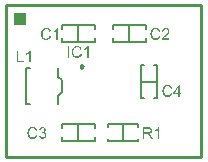
<source format=gto>
G04*
G04 #@! TF.GenerationSoftware,Altium Limited,Altium Designer,20.0.2 (26)*
G04*
G04 Layer_Color=65535*
%FSLAX25Y25*%
%MOIN*%
G70*
G01*
G75*
%ADD10C,0.00984*%
%ADD11C,0.00591*%
%ADD12C,0.01000*%
%ADD13C,0.00787*%
%ADD14R,0.03937X0.03937*%
G36*
X435907Y280402D02*
X435954Y280396D01*
X436012Y280390D01*
X436077Y280384D01*
X436147Y280373D01*
X436299Y280338D01*
X436463Y280285D01*
X436545Y280250D01*
X436627Y280209D01*
X436703Y280162D01*
X436779Y280110D01*
X436785Y280104D01*
X436796Y280098D01*
X436814Y280080D01*
X436843Y280057D01*
X436872Y280028D01*
X436913Y279987D01*
X436954Y279946D01*
X436995Y279899D01*
X437042Y279840D01*
X437083Y279782D01*
X437130Y279712D01*
X437177Y279636D01*
X437218Y279559D01*
X437258Y279472D01*
X437329Y279285D01*
X436826Y279168D01*
Y279173D01*
X436820Y279185D01*
X436814Y279209D01*
X436802Y279238D01*
X436785Y279273D01*
X436767Y279314D01*
X436726Y279402D01*
X436673Y279501D01*
X436603Y279606D01*
X436527Y279700D01*
X436434Y279782D01*
X436422Y279788D01*
X436387Y279811D01*
X436334Y279840D01*
X436258Y279881D01*
X436170Y279916D01*
X436059Y279946D01*
X435936Y279969D01*
X435796Y279975D01*
X435755D01*
X435726Y279969D01*
X435685D01*
X435644Y279963D01*
X435539Y279946D01*
X435422Y279922D01*
X435299Y279881D01*
X435176Y279829D01*
X435059Y279758D01*
X435053D01*
X435047Y279747D01*
X435012Y279717D01*
X434959Y279671D01*
X434895Y279606D01*
X434831Y279524D01*
X434761Y279431D01*
X434696Y279314D01*
X434644Y279185D01*
Y279179D01*
X434638Y279168D01*
X434632Y279150D01*
X434626Y279121D01*
X434614Y279092D01*
X434608Y279051D01*
X434585Y278957D01*
X434562Y278846D01*
X434544Y278723D01*
X434532Y278589D01*
X434526Y278448D01*
Y278442D01*
Y278425D01*
Y278401D01*
Y278366D01*
X434532Y278325D01*
Y278273D01*
X434538Y278220D01*
X434544Y278161D01*
X434562Y278027D01*
X434585Y277881D01*
X434620Y277734D01*
X434667Y277594D01*
Y277588D01*
X434673Y277576D01*
X434685Y277559D01*
X434696Y277535D01*
X434725Y277465D01*
X434772Y277389D01*
X434836Y277296D01*
X434913Y277208D01*
X435000Y277120D01*
X435106Y277044D01*
X435112D01*
X435117Y277038D01*
X435135Y277027D01*
X435158Y277015D01*
X435223Y276991D01*
X435305Y276956D01*
X435398Y276927D01*
X435509Y276898D01*
X435632Y276874D01*
X435761Y276869D01*
X435802D01*
X435831Y276874D01*
X435866D01*
X435913Y276880D01*
X436012Y276898D01*
X436124Y276927D01*
X436246Y276974D01*
X436363Y277032D01*
X436480Y277114D01*
X436486Y277120D01*
X436492Y277126D01*
X436527Y277161D01*
X436580Y277220D01*
X436644Y277296D01*
X436709Y277401D01*
X436779Y277524D01*
X436837Y277676D01*
X436884Y277846D01*
X437393Y277717D01*
Y277711D01*
X437387Y277688D01*
X437375Y277658D01*
X437364Y277611D01*
X437340Y277565D01*
X437317Y277500D01*
X437293Y277436D01*
X437258Y277366D01*
X437182Y277208D01*
X437077Y277050D01*
X436960Y276898D01*
X436890Y276828D01*
X436814Y276763D01*
X436808Y276757D01*
X436796Y276751D01*
X436773Y276734D01*
X436738Y276711D01*
X436697Y276687D01*
X436650Y276658D01*
X436597Y276629D01*
X436533Y276599D01*
X436463Y276570D01*
X436387Y276541D01*
X436299Y276512D01*
X436211Y276488D01*
X436018Y276447D01*
X435913Y276442D01*
X435802Y276436D01*
X435743D01*
X435697Y276442D01*
X435644D01*
X435585Y276447D01*
X435515Y276459D01*
X435445Y276465D01*
X435281Y276500D01*
X435112Y276541D01*
X434948Y276605D01*
X434866Y276640D01*
X434790Y276687D01*
X434784Y276693D01*
X434772Y276699D01*
X434755Y276716D01*
X434725Y276734D01*
X434655Y276793D01*
X434573Y276874D01*
X434474Y276974D01*
X434380Y277103D01*
X434281Y277249D01*
X434199Y277418D01*
Y277424D01*
X434193Y277442D01*
X434181Y277465D01*
X434170Y277500D01*
X434152Y277547D01*
X434135Y277600D01*
X434117Y277658D01*
X434099Y277729D01*
X434082Y277799D01*
X434064Y277881D01*
X434029Y278056D01*
X434006Y278243D01*
X434000Y278448D01*
Y278454D01*
Y278477D01*
Y278507D01*
X434006Y278548D01*
Y278600D01*
X434012Y278664D01*
X434018Y278729D01*
X434029Y278805D01*
X434059Y278969D01*
X434094Y279144D01*
X434152Y279326D01*
X434228Y279495D01*
Y279501D01*
X434240Y279513D01*
X434252Y279536D01*
X434269Y279571D01*
X434293Y279606D01*
X434322Y279647D01*
X434398Y279747D01*
X434485Y279858D01*
X434597Y279969D01*
X434731Y280080D01*
X434877Y280174D01*
X434883D01*
X434895Y280186D01*
X434918Y280197D01*
X434953Y280209D01*
X434989Y280226D01*
X435036Y280250D01*
X435094Y280267D01*
X435152Y280291D01*
X435217Y280314D01*
X435287Y280332D01*
X435445Y280373D01*
X435620Y280396D01*
X435808Y280408D01*
X435866D01*
X435907Y280402D01*
D02*
G37*
G36*
X439809Y277851D02*
X440330D01*
Y277418D01*
X439809D01*
Y276500D01*
X439335D01*
Y277418D01*
X437668D01*
Y277851D01*
X439423Y280338D01*
X439809D01*
Y277851D01*
D02*
G37*
G36*
X405665Y293402D02*
X405712Y293396D01*
X405770Y293390D01*
X405834Y293384D01*
X405905Y293373D01*
X406057Y293338D01*
X406221Y293285D01*
X406302Y293250D01*
X406384Y293209D01*
X406460Y293162D01*
X406536Y293109D01*
X406542Y293104D01*
X406554Y293098D01*
X406572Y293080D01*
X406601Y293057D01*
X406630Y293028D01*
X406671Y292987D01*
X406712Y292946D01*
X406753Y292899D01*
X406800Y292840D01*
X406841Y292782D01*
X406887Y292712D01*
X406934Y292636D01*
X406975Y292560D01*
X407016Y292472D01*
X407086Y292285D01*
X406583Y292168D01*
Y292174D01*
X406577Y292185D01*
X406572Y292209D01*
X406560Y292238D01*
X406542Y292273D01*
X406525Y292314D01*
X406484Y292402D01*
X406431Y292501D01*
X406361Y292606D01*
X406285Y292700D01*
X406191Y292782D01*
X406180Y292788D01*
X406145Y292811D01*
X406092Y292840D01*
X406016Y292881D01*
X405928Y292916D01*
X405817Y292946D01*
X405694Y292969D01*
X405554Y292975D01*
X405513D01*
X405483Y292969D01*
X405442D01*
X405402Y292963D01*
X405296Y292946D01*
X405179Y292922D01*
X405056Y292881D01*
X404934Y292829D01*
X404817Y292758D01*
X404811D01*
X404805Y292747D01*
X404770Y292718D01*
X404717Y292671D01*
X404653Y292606D01*
X404589Y292524D01*
X404518Y292431D01*
X404454Y292314D01*
X404401Y292185D01*
Y292179D01*
X404395Y292168D01*
X404390Y292150D01*
X404384Y292121D01*
X404372Y292092D01*
X404366Y292051D01*
X404343Y291957D01*
X404319Y291846D01*
X404302Y291723D01*
X404290Y291588D01*
X404284Y291448D01*
Y291442D01*
Y291425D01*
Y291401D01*
Y291366D01*
X404290Y291325D01*
Y291273D01*
X404296Y291220D01*
X404302Y291161D01*
X404319Y291027D01*
X404343Y290881D01*
X404378Y290734D01*
X404425Y290594D01*
Y290588D01*
X404430Y290576D01*
X404442Y290559D01*
X404454Y290535D01*
X404483Y290465D01*
X404530Y290389D01*
X404594Y290296D01*
X404670Y290208D01*
X404758Y290120D01*
X404863Y290044D01*
X404869D01*
X404875Y290038D01*
X404893Y290026D01*
X404916Y290015D01*
X404980Y289991D01*
X405062Y289956D01*
X405156Y289927D01*
X405267Y289898D01*
X405390Y289874D01*
X405519Y289869D01*
X405559D01*
X405589Y289874D01*
X405624D01*
X405671Y289880D01*
X405770Y289898D01*
X405881Y289927D01*
X406004Y289974D01*
X406121Y290032D01*
X406238Y290114D01*
X406244Y290120D01*
X406250Y290126D01*
X406285Y290161D01*
X406338Y290219D01*
X406402Y290296D01*
X406466Y290401D01*
X406536Y290524D01*
X406595Y290676D01*
X406642Y290845D01*
X407151Y290717D01*
Y290711D01*
X407145Y290688D01*
X407133Y290658D01*
X407122Y290612D01*
X407098Y290565D01*
X407075Y290500D01*
X407051Y290436D01*
X407016Y290366D01*
X406940Y290208D01*
X406835Y290050D01*
X406718Y289898D01*
X406648Y289828D01*
X406572Y289763D01*
X406566Y289757D01*
X406554Y289752D01*
X406531Y289734D01*
X406496Y289711D01*
X406455Y289687D01*
X406408Y289658D01*
X406355Y289629D01*
X406291Y289599D01*
X406221Y289570D01*
X406145Y289541D01*
X406057Y289512D01*
X405969Y289488D01*
X405776Y289447D01*
X405671Y289441D01*
X405559Y289436D01*
X405501D01*
X405454Y289441D01*
X405402D01*
X405343Y289447D01*
X405273Y289459D01*
X405203Y289465D01*
X405039Y289500D01*
X404869Y289541D01*
X404705Y289605D01*
X404624Y289640D01*
X404548Y289687D01*
X404542Y289693D01*
X404530Y289699D01*
X404512Y289716D01*
X404483Y289734D01*
X404413Y289792D01*
X404331Y289874D01*
X404232Y289974D01*
X404138Y290103D01*
X404038Y290249D01*
X403957Y290418D01*
Y290424D01*
X403951Y290442D01*
X403939Y290465D01*
X403927Y290500D01*
X403910Y290547D01*
X403892Y290600D01*
X403875Y290658D01*
X403857Y290728D01*
X403840Y290799D01*
X403822Y290881D01*
X403787Y291056D01*
X403764Y291243D01*
X403758Y291448D01*
Y291454D01*
Y291477D01*
Y291507D01*
X403764Y291547D01*
Y291600D01*
X403769Y291665D01*
X403775Y291729D01*
X403787Y291805D01*
X403816Y291969D01*
X403851Y292144D01*
X403910Y292326D01*
X403986Y292495D01*
Y292501D01*
X403998Y292513D01*
X404009Y292536D01*
X404027Y292571D01*
X404050Y292606D01*
X404079Y292647D01*
X404155Y292747D01*
X404243Y292858D01*
X404354Y292969D01*
X404489Y293080D01*
X404635Y293174D01*
X404641D01*
X404653Y293185D01*
X404676Y293197D01*
X404711Y293209D01*
X404746Y293227D01*
X404793Y293250D01*
X404852Y293267D01*
X404910Y293291D01*
X404975Y293314D01*
X405045Y293332D01*
X405203Y293373D01*
X405378Y293396D01*
X405565Y293408D01*
X405624D01*
X405665Y293402D01*
D02*
G37*
G36*
X409362Y289500D02*
X408888D01*
Y292507D01*
X408882Y292501D01*
X408859Y292478D01*
X408818Y292448D01*
X408765Y292407D01*
X408701Y292355D01*
X408625Y292302D01*
X408537Y292238D01*
X408438Y292179D01*
X408432D01*
X408426Y292174D01*
X408391Y292150D01*
X408338Y292121D01*
X408274Y292086D01*
X408198Y292045D01*
X408116Y292010D01*
X408028Y291969D01*
X407946Y291934D01*
Y292396D01*
X407952D01*
X407964Y292402D01*
X407987Y292413D01*
X408011Y292431D01*
X408046Y292448D01*
X408087Y292466D01*
X408180Y292519D01*
X408286Y292583D01*
X408403Y292659D01*
X408520Y292747D01*
X408631Y292840D01*
X408637Y292846D01*
X408642Y292852D01*
X408678Y292887D01*
X408730Y292940D01*
X408795Y293004D01*
X408865Y293086D01*
X408935Y293174D01*
X408999Y293267D01*
X409052Y293361D01*
X409362D01*
Y289500D01*
D02*
G37*
G36*
X403009D02*
X402500D01*
Y293343D01*
X403009D01*
Y289500D01*
D02*
G37*
G36*
X431907Y299402D02*
X431954Y299396D01*
X432012Y299390D01*
X432077Y299384D01*
X432147Y299373D01*
X432299Y299338D01*
X432463Y299285D01*
X432545Y299250D01*
X432627Y299209D01*
X432703Y299162D01*
X432779Y299110D01*
X432785Y299104D01*
X432796Y299098D01*
X432814Y299080D01*
X432843Y299057D01*
X432872Y299028D01*
X432913Y298987D01*
X432954Y298946D01*
X432995Y298899D01*
X433042Y298840D01*
X433083Y298782D01*
X433130Y298712D01*
X433177Y298636D01*
X433217Y298559D01*
X433258Y298472D01*
X433329Y298285D01*
X432826Y298168D01*
Y298173D01*
X432820Y298185D01*
X432814Y298209D01*
X432802Y298238D01*
X432785Y298273D01*
X432767Y298314D01*
X432726Y298402D01*
X432673Y298501D01*
X432603Y298606D01*
X432527Y298700D01*
X432434Y298782D01*
X432422Y298788D01*
X432387Y298811D01*
X432334Y298840D01*
X432258Y298881D01*
X432170Y298916D01*
X432059Y298946D01*
X431936Y298969D01*
X431796Y298975D01*
X431755D01*
X431726Y298969D01*
X431685D01*
X431644Y298963D01*
X431539Y298946D01*
X431422Y298922D01*
X431299Y298881D01*
X431176Y298829D01*
X431059Y298758D01*
X431053D01*
X431047Y298747D01*
X431012Y298717D01*
X430959Y298671D01*
X430895Y298606D01*
X430831Y298524D01*
X430760Y298431D01*
X430696Y298314D01*
X430644Y298185D01*
Y298179D01*
X430638Y298168D01*
X430632Y298150D01*
X430626Y298121D01*
X430614Y298092D01*
X430608Y298051D01*
X430585Y297957D01*
X430562Y297846D01*
X430544Y297723D01*
X430532Y297588D01*
X430526Y297448D01*
Y297442D01*
Y297425D01*
Y297401D01*
Y297366D01*
X430532Y297325D01*
Y297273D01*
X430538Y297220D01*
X430544Y297161D01*
X430562Y297027D01*
X430585Y296881D01*
X430620Y296734D01*
X430667Y296594D01*
Y296588D01*
X430673Y296576D01*
X430685Y296559D01*
X430696Y296535D01*
X430725Y296465D01*
X430772Y296389D01*
X430836Y296296D01*
X430913Y296208D01*
X431000Y296120D01*
X431106Y296044D01*
X431111D01*
X431117Y296038D01*
X431135Y296026D01*
X431158Y296015D01*
X431223Y295991D01*
X431305Y295956D01*
X431398Y295927D01*
X431509Y295898D01*
X431632Y295874D01*
X431761Y295869D01*
X431802D01*
X431831Y295874D01*
X431866D01*
X431913Y295880D01*
X432012Y295898D01*
X432124Y295927D01*
X432246Y295974D01*
X432363Y296032D01*
X432480Y296114D01*
X432486Y296120D01*
X432492Y296126D01*
X432527Y296161D01*
X432580Y296219D01*
X432644Y296296D01*
X432709Y296401D01*
X432779Y296524D01*
X432837Y296676D01*
X432884Y296846D01*
X433393Y296717D01*
Y296711D01*
X433387Y296688D01*
X433376Y296658D01*
X433364Y296611D01*
X433340Y296565D01*
X433317Y296500D01*
X433293Y296436D01*
X433258Y296366D01*
X433182Y296208D01*
X433077Y296050D01*
X432960Y295898D01*
X432890Y295828D01*
X432814Y295763D01*
X432808Y295757D01*
X432796Y295752D01*
X432773Y295734D01*
X432738Y295711D01*
X432697Y295687D01*
X432650Y295658D01*
X432597Y295629D01*
X432533Y295599D01*
X432463Y295570D01*
X432387Y295541D01*
X432299Y295512D01*
X432211Y295488D01*
X432018Y295447D01*
X431913Y295442D01*
X431802Y295436D01*
X431743D01*
X431697Y295442D01*
X431644D01*
X431585Y295447D01*
X431515Y295459D01*
X431445Y295465D01*
X431281Y295500D01*
X431111Y295541D01*
X430948Y295605D01*
X430866Y295640D01*
X430790Y295687D01*
X430784Y295693D01*
X430772Y295699D01*
X430755Y295716D01*
X430725Y295734D01*
X430655Y295793D01*
X430573Y295874D01*
X430474Y295974D01*
X430380Y296103D01*
X430281Y296249D01*
X430199Y296418D01*
Y296424D01*
X430193Y296442D01*
X430181Y296465D01*
X430170Y296500D01*
X430152Y296547D01*
X430135Y296600D01*
X430117Y296658D01*
X430099Y296728D01*
X430082Y296799D01*
X430064Y296881D01*
X430029Y297056D01*
X430006Y297243D01*
X430000Y297448D01*
Y297454D01*
Y297477D01*
Y297507D01*
X430006Y297548D01*
Y297600D01*
X430012Y297664D01*
X430018Y297729D01*
X430029Y297805D01*
X430058Y297969D01*
X430094Y298144D01*
X430152Y298326D01*
X430228Y298495D01*
Y298501D01*
X430240Y298513D01*
X430252Y298536D01*
X430269Y298571D01*
X430293Y298606D01*
X430322Y298647D01*
X430398Y298747D01*
X430485Y298858D01*
X430597Y298969D01*
X430731Y299080D01*
X430877Y299174D01*
X430883D01*
X430895Y299185D01*
X430919Y299197D01*
X430954Y299209D01*
X430989Y299226D01*
X431036Y299250D01*
X431094Y299267D01*
X431152Y299291D01*
X431217Y299314D01*
X431287Y299332D01*
X431445Y299373D01*
X431620Y299396D01*
X431808Y299408D01*
X431866D01*
X431907Y299402D01*
D02*
G37*
G36*
X435189Y299355D02*
X435236Y299349D01*
X435288Y299343D01*
X435347Y299338D01*
X435411Y299320D01*
X435552Y299285D01*
X435698Y299232D01*
X435774Y299197D01*
X435844Y299156D01*
X435909Y299104D01*
X435973Y299051D01*
X435979Y299045D01*
X435985Y299039D01*
X436002Y299022D01*
X436025Y298998D01*
X436049Y298963D01*
X436078Y298928D01*
X436137Y298840D01*
X436195Y298729D01*
X436248Y298601D01*
X436289Y298454D01*
X436295Y298372D01*
X436301Y298290D01*
Y298279D01*
Y298250D01*
X436295Y298203D01*
X436289Y298144D01*
X436277Y298074D01*
X436260Y297998D01*
X436236Y297916D01*
X436201Y297834D01*
X436195Y297822D01*
X436183Y297793D01*
X436160Y297752D01*
X436125Y297694D01*
X436084Y297623D01*
X436031Y297542D01*
X435961Y297460D01*
X435885Y297366D01*
X435873Y297354D01*
X435844Y297319D01*
X435791Y297267D01*
X435756Y297232D01*
X435715Y297191D01*
X435669Y297144D01*
X435610Y297091D01*
X435552Y297039D01*
X435487Y296974D01*
X435417Y296910D01*
X435335Y296840D01*
X435253Y296769D01*
X435160Y296688D01*
X435154Y296682D01*
X435142Y296670D01*
X435119Y296652D01*
X435089Y296629D01*
X435019Y296571D01*
X434932Y296495D01*
X434844Y296413D01*
X434750Y296331D01*
X434674Y296260D01*
X434645Y296231D01*
X434616Y296202D01*
X434610Y296196D01*
X434598Y296179D01*
X434575Y296155D01*
X434545Y296120D01*
X434481Y296044D01*
X434417Y295951D01*
X436306D01*
Y295500D01*
X433762D01*
Y295506D01*
Y295529D01*
Y295564D01*
X433767Y295605D01*
X433773Y295652D01*
X433779Y295705D01*
X433797Y295763D01*
X433814Y295822D01*
Y295828D01*
X433820Y295833D01*
X433832Y295869D01*
X433855Y295915D01*
X433890Y295986D01*
X433931Y296062D01*
X433990Y296149D01*
X434048Y296237D01*
X434124Y296331D01*
Y296337D01*
X434136Y296342D01*
X434165Y296377D01*
X434212Y296430D01*
X434282Y296500D01*
X434370Y296582D01*
X434475Y296682D01*
X434604Y296793D01*
X434744Y296916D01*
X434750Y296921D01*
X434774Y296939D01*
X434803Y296962D01*
X434844Y297004D01*
X434897Y297044D01*
X434955Y297097D01*
X435084Y297208D01*
X435224Y297343D01*
X435364Y297477D01*
X435435Y297542D01*
X435493Y297606D01*
X435546Y297670D01*
X435593Y297729D01*
Y297735D01*
X435604Y297741D01*
X435616Y297758D01*
X435628Y297781D01*
X435663Y297840D01*
X435704Y297916D01*
X435745Y298004D01*
X435780Y298097D01*
X435803Y298203D01*
X435815Y298302D01*
Y298308D01*
Y298314D01*
X435809Y298349D01*
X435803Y298402D01*
X435791Y298466D01*
X435762Y298542D01*
X435727Y298618D01*
X435680Y298700D01*
X435610Y298776D01*
X435598Y298782D01*
X435575Y298805D01*
X435528Y298834D01*
X435470Y298875D01*
X435394Y298911D01*
X435306Y298940D01*
X435201Y298963D01*
X435084Y298969D01*
X435048D01*
X435025Y298963D01*
X434967Y298957D01*
X434891Y298946D01*
X434803Y298916D01*
X434709Y298881D01*
X434621Y298829D01*
X434540Y298758D01*
X434534Y298747D01*
X434510Y298723D01*
X434475Y298676D01*
X434440Y298612D01*
X434399Y298530D01*
X434370Y298437D01*
X434347Y298326D01*
X434335Y298197D01*
X433849Y298250D01*
Y298255D01*
Y298273D01*
X433855Y298302D01*
X433861Y298337D01*
X433873Y298384D01*
X433879Y298437D01*
X433914Y298554D01*
X433960Y298688D01*
X434025Y298823D01*
X434113Y298957D01*
X434159Y299016D01*
X434218Y299074D01*
X434224Y299080D01*
X434235Y299086D01*
X434253Y299104D01*
X434276Y299121D01*
X434311Y299139D01*
X434352Y299168D01*
X434399Y299191D01*
X434452Y299221D01*
X434510Y299244D01*
X434575Y299273D01*
X434651Y299297D01*
X434727Y299314D01*
X434902Y299349D01*
X434996Y299355D01*
X435095Y299361D01*
X435148D01*
X435189Y299355D01*
D02*
G37*
G36*
X395407Y299402D02*
X395454Y299396D01*
X395512Y299390D01*
X395577Y299384D01*
X395647Y299373D01*
X395799Y299338D01*
X395963Y299285D01*
X396045Y299250D01*
X396127Y299209D01*
X396203Y299162D01*
X396279Y299110D01*
X396285Y299104D01*
X396296Y299098D01*
X396314Y299080D01*
X396343Y299057D01*
X396372Y299028D01*
X396413Y298987D01*
X396454Y298946D01*
X396495Y298899D01*
X396542Y298840D01*
X396583Y298782D01*
X396630Y298712D01*
X396676Y298636D01*
X396718Y298559D01*
X396758Y298472D01*
X396829Y298285D01*
X396326Y298168D01*
Y298173D01*
X396320Y298185D01*
X396314Y298209D01*
X396302Y298238D01*
X396285Y298273D01*
X396267Y298314D01*
X396226Y298402D01*
X396174Y298501D01*
X396103Y298606D01*
X396027Y298700D01*
X395934Y298782D01*
X395922Y298788D01*
X395887Y298811D01*
X395834Y298840D01*
X395758Y298881D01*
X395670Y298916D01*
X395559Y298946D01*
X395436Y298969D01*
X395296Y298975D01*
X395255D01*
X395226Y298969D01*
X395185D01*
X395144Y298963D01*
X395039Y298946D01*
X394921Y298922D01*
X394799Y298881D01*
X394676Y298829D01*
X394559Y298758D01*
X394553D01*
X394547Y298747D01*
X394512Y298717D01*
X394459Y298671D01*
X394395Y298606D01*
X394331Y298524D01*
X394261Y298431D01*
X394196Y298314D01*
X394144Y298185D01*
Y298179D01*
X394138Y298168D01*
X394132Y298150D01*
X394126Y298121D01*
X394114Y298092D01*
X394108Y298051D01*
X394085Y297957D01*
X394062Y297846D01*
X394044Y297723D01*
X394032Y297588D01*
X394026Y297448D01*
Y297442D01*
Y297425D01*
Y297401D01*
Y297366D01*
X394032Y297325D01*
Y297273D01*
X394038Y297220D01*
X394044Y297161D01*
X394062Y297027D01*
X394085Y296881D01*
X394120Y296734D01*
X394167Y296594D01*
Y296588D01*
X394173Y296576D01*
X394184Y296559D01*
X394196Y296535D01*
X394225Y296465D01*
X394272Y296389D01*
X394337Y296296D01*
X394413Y296208D01*
X394500Y296120D01*
X394606Y296044D01*
X394612D01*
X394617Y296038D01*
X394635Y296026D01*
X394658Y296015D01*
X394723Y295991D01*
X394805Y295956D01*
X394898Y295927D01*
X395009Y295898D01*
X395132Y295874D01*
X395261Y295869D01*
X395302D01*
X395331Y295874D01*
X395366D01*
X395413Y295880D01*
X395512Y295898D01*
X395623Y295927D01*
X395746Y295974D01*
X395863Y296032D01*
X395980Y296114D01*
X395986Y296120D01*
X395992Y296126D01*
X396027Y296161D01*
X396080Y296219D01*
X396144Y296296D01*
X396209Y296401D01*
X396279Y296524D01*
X396337Y296676D01*
X396384Y296846D01*
X396893Y296717D01*
Y296711D01*
X396887Y296688D01*
X396876Y296658D01*
X396864Y296611D01*
X396840Y296565D01*
X396817Y296500D01*
X396794Y296436D01*
X396758Y296366D01*
X396682Y296208D01*
X396577Y296050D01*
X396460Y295898D01*
X396390Y295828D01*
X396314Y295763D01*
X396308Y295757D01*
X396296Y295752D01*
X396273Y295734D01*
X396238Y295711D01*
X396197Y295687D01*
X396150Y295658D01*
X396097Y295629D01*
X396033Y295599D01*
X395963Y295570D01*
X395887Y295541D01*
X395799Y295512D01*
X395711Y295488D01*
X395518Y295447D01*
X395413Y295442D01*
X395302Y295436D01*
X395243D01*
X395197Y295442D01*
X395144D01*
X395085Y295447D01*
X395015Y295459D01*
X394945Y295465D01*
X394781Y295500D01*
X394612Y295541D01*
X394448Y295605D01*
X394366Y295640D01*
X394290Y295687D01*
X394284Y295693D01*
X394272Y295699D01*
X394255Y295716D01*
X394225Y295734D01*
X394155Y295793D01*
X394073Y295874D01*
X393974Y295974D01*
X393880Y296103D01*
X393781Y296249D01*
X393699Y296418D01*
Y296424D01*
X393693Y296442D01*
X393681Y296465D01*
X393670Y296500D01*
X393652Y296547D01*
X393635Y296600D01*
X393617Y296658D01*
X393599Y296728D01*
X393582Y296799D01*
X393564Y296881D01*
X393529Y297056D01*
X393506Y297243D01*
X393500Y297448D01*
Y297454D01*
Y297477D01*
Y297507D01*
X393506Y297548D01*
Y297600D01*
X393512Y297664D01*
X393517Y297729D01*
X393529Y297805D01*
X393559Y297969D01*
X393594Y298144D01*
X393652Y298326D01*
X393728Y298495D01*
Y298501D01*
X393740Y298513D01*
X393752Y298536D01*
X393769Y298571D01*
X393793Y298606D01*
X393822Y298647D01*
X393898Y298747D01*
X393986Y298858D01*
X394097Y298969D01*
X394231Y299080D01*
X394377Y299174D01*
X394383D01*
X394395Y299185D01*
X394418Y299197D01*
X394454Y299209D01*
X394489Y299226D01*
X394535Y299250D01*
X394594Y299267D01*
X394652Y299291D01*
X394717Y299314D01*
X394787Y299332D01*
X394945Y299373D01*
X395120Y299396D01*
X395308Y299408D01*
X395366D01*
X395407Y299402D01*
D02*
G37*
G36*
X399104Y295500D02*
X398630D01*
Y298507D01*
X398625Y298501D01*
X398601Y298478D01*
X398560Y298448D01*
X398508Y298408D01*
X398443Y298355D01*
X398367Y298302D01*
X398279Y298238D01*
X398180Y298179D01*
X398174D01*
X398168Y298173D01*
X398133Y298150D01*
X398080Y298121D01*
X398016Y298086D01*
X397940Y298045D01*
X397858Y298010D01*
X397771Y297969D01*
X397689Y297934D01*
Y298396D01*
X397694D01*
X397706Y298402D01*
X397730Y298413D01*
X397753Y298431D01*
X397788Y298448D01*
X397829Y298466D01*
X397923Y298519D01*
X398028Y298583D01*
X398145Y298659D01*
X398262Y298747D01*
X398373Y298840D01*
X398379Y298846D01*
X398385Y298852D01*
X398420Y298887D01*
X398472Y298940D01*
X398537Y299004D01*
X398607Y299086D01*
X398677Y299174D01*
X398742Y299267D01*
X398794Y299361D01*
X399104D01*
Y295500D01*
D02*
G37*
G36*
X390092Y288000D02*
X389618D01*
Y291007D01*
X389613Y291001D01*
X389589Y290978D01*
X389548Y290948D01*
X389496Y290908D01*
X389431Y290855D01*
X389355Y290802D01*
X389267Y290738D01*
X389168Y290679D01*
X389162D01*
X389156Y290673D01*
X389121Y290650D01*
X389069Y290621D01*
X389004Y290586D01*
X388928Y290545D01*
X388846Y290510D01*
X388758Y290469D01*
X388677Y290434D01*
Y290896D01*
X388682D01*
X388694Y290902D01*
X388718Y290913D01*
X388741Y290931D01*
X388776Y290948D01*
X388817Y290966D01*
X388911Y291019D01*
X389016Y291083D01*
X389133Y291159D01*
X389250Y291247D01*
X389361Y291340D01*
X389367Y291346D01*
X389373Y291352D01*
X389408Y291387D01*
X389460Y291440D01*
X389525Y291504D01*
X389595Y291586D01*
X389665Y291674D01*
X389730Y291767D01*
X389782Y291861D01*
X390092D01*
Y288000D01*
D02*
G37*
G36*
X386009Y288451D02*
X387898D01*
Y288000D01*
X385500D01*
Y291843D01*
X386009D01*
Y288451D01*
D02*
G37*
G36*
X432952Y262436D02*
X432478D01*
Y265442D01*
X432473Y265437D01*
X432449Y265413D01*
X432408Y265384D01*
X432355Y265343D01*
X432291Y265290D01*
X432215Y265238D01*
X432127Y265174D01*
X432028Y265115D01*
X432022D01*
X432016Y265109D01*
X431981Y265086D01*
X431928Y265056D01*
X431864Y265021D01*
X431788Y264980D01*
X431706Y264945D01*
X431618Y264904D01*
X431536Y264869D01*
Y265331D01*
X431542D01*
X431554Y265337D01*
X431577Y265349D01*
X431601Y265367D01*
X431636Y265384D01*
X431677Y265402D01*
X431771Y265454D01*
X431876Y265519D01*
X431993Y265595D01*
X432110Y265682D01*
X432221Y265776D01*
X432227Y265782D01*
X432233Y265788D01*
X432268Y265823D01*
X432320Y265876D01*
X432385Y265940D01*
X432455Y266022D01*
X432525Y266109D01*
X432589Y266203D01*
X432642Y266297D01*
X432952D01*
Y262436D01*
D02*
G37*
G36*
X429331Y266273D02*
X429378D01*
X429495Y266267D01*
X429618Y266256D01*
X429746Y266232D01*
X429869Y266209D01*
X429928Y266191D01*
X429980Y266174D01*
X429986D01*
X429992Y266168D01*
X430027Y266156D01*
X430074Y266127D01*
X430132Y266086D01*
X430203Y266039D01*
X430273Y265975D01*
X430343Y265899D01*
X430407Y265805D01*
X430413Y265794D01*
X430431Y265758D01*
X430460Y265706D01*
X430489Y265636D01*
X430519Y265548D01*
X430548Y265448D01*
X430565Y265343D01*
X430571Y265226D01*
Y265220D01*
Y265209D01*
Y265185D01*
X430565Y265156D01*
Y265121D01*
X430560Y265080D01*
X430536Y264986D01*
X430507Y264875D01*
X430460Y264764D01*
X430390Y264647D01*
X430349Y264588D01*
X430302Y264536D01*
X430290Y264524D01*
X430273Y264512D01*
X430255Y264489D01*
X430226Y264472D01*
X430191Y264442D01*
X430150Y264419D01*
X430103Y264390D01*
X430051Y264360D01*
X429986Y264331D01*
X429922Y264302D01*
X429846Y264273D01*
X429770Y264243D01*
X429682Y264220D01*
X429589Y264202D01*
X429489Y264185D01*
X429501Y264179D01*
X429524Y264167D01*
X429559Y264150D01*
X429600Y264126D01*
X429700Y264062D01*
X429752Y264027D01*
X429793Y263992D01*
X429805Y263980D01*
X429834Y263957D01*
X429875Y263910D01*
X429928Y263851D01*
X429992Y263775D01*
X430062Y263688D01*
X430138Y263588D01*
X430214Y263477D01*
X430881Y262436D01*
X430244D01*
X429735Y263231D01*
Y263237D01*
X429723Y263249D01*
X429711Y263266D01*
X429700Y263290D01*
X429659Y263348D01*
X429606Y263424D01*
X429548Y263512D01*
X429483Y263600D01*
X429425Y263682D01*
X429366Y263758D01*
X429360Y263764D01*
X429343Y263787D01*
X429314Y263822D01*
X429284Y263863D01*
X429197Y263945D01*
X429156Y263986D01*
X429109Y264015D01*
X429103Y264021D01*
X429091Y264027D01*
X429068Y264038D01*
X429039Y264056D01*
X428968Y264091D01*
X428881Y264120D01*
X428875D01*
X428863Y264126D01*
X428840D01*
X428810Y264132D01*
X428769Y264138D01*
X428723D01*
X428664Y264144D01*
X428009D01*
Y262436D01*
X427500D01*
Y266279D01*
X429284D01*
X429331Y266273D01*
D02*
G37*
G36*
X390907Y266402D02*
X390954Y266396D01*
X391012Y266390D01*
X391077Y266384D01*
X391147Y266373D01*
X391299Y266338D01*
X391463Y266285D01*
X391545Y266250D01*
X391627Y266209D01*
X391703Y266162D01*
X391779Y266109D01*
X391785Y266104D01*
X391796Y266098D01*
X391814Y266080D01*
X391843Y266057D01*
X391872Y266028D01*
X391913Y265987D01*
X391954Y265946D01*
X391995Y265899D01*
X392042Y265840D01*
X392083Y265782D01*
X392130Y265712D01*
X392177Y265636D01*
X392217Y265560D01*
X392258Y265472D01*
X392329Y265285D01*
X391826Y265168D01*
Y265174D01*
X391820Y265185D01*
X391814Y265209D01*
X391802Y265238D01*
X391785Y265273D01*
X391767Y265314D01*
X391726Y265402D01*
X391673Y265501D01*
X391603Y265606D01*
X391527Y265700D01*
X391434Y265782D01*
X391422Y265788D01*
X391387Y265811D01*
X391334Y265840D01*
X391258Y265881D01*
X391170Y265916D01*
X391059Y265946D01*
X390936Y265969D01*
X390796Y265975D01*
X390755D01*
X390726Y265969D01*
X390685D01*
X390644Y265963D01*
X390539Y265946D01*
X390422Y265922D01*
X390299Y265881D01*
X390176Y265829D01*
X390059Y265758D01*
X390053D01*
X390047Y265747D01*
X390012Y265718D01*
X389959Y265671D01*
X389895Y265606D01*
X389831Y265524D01*
X389760Y265431D01*
X389696Y265314D01*
X389644Y265185D01*
Y265179D01*
X389638Y265168D01*
X389632Y265150D01*
X389626Y265121D01*
X389614Y265092D01*
X389608Y265051D01*
X389585Y264957D01*
X389562Y264846D01*
X389544Y264723D01*
X389532Y264588D01*
X389527Y264448D01*
Y264442D01*
Y264425D01*
Y264401D01*
Y264366D01*
X389532Y264325D01*
Y264273D01*
X389538Y264220D01*
X389544Y264161D01*
X389562Y264027D01*
X389585Y263881D01*
X389620Y263734D01*
X389667Y263594D01*
Y263588D01*
X389673Y263576D01*
X389685Y263559D01*
X389696Y263535D01*
X389725Y263465D01*
X389772Y263389D01*
X389837Y263296D01*
X389913Y263208D01*
X390000Y263120D01*
X390106Y263044D01*
X390111D01*
X390117Y263038D01*
X390135Y263026D01*
X390158Y263015D01*
X390223Y262991D01*
X390305Y262956D01*
X390398Y262927D01*
X390509Y262898D01*
X390632Y262874D01*
X390761Y262869D01*
X390802D01*
X390831Y262874D01*
X390866D01*
X390913Y262880D01*
X391012Y262898D01*
X391124Y262927D01*
X391246Y262974D01*
X391363Y263032D01*
X391480Y263114D01*
X391486Y263120D01*
X391492Y263126D01*
X391527Y263161D01*
X391580Y263219D01*
X391644Y263296D01*
X391709Y263401D01*
X391779Y263524D01*
X391837Y263676D01*
X391884Y263845D01*
X392393Y263717D01*
Y263711D01*
X392387Y263688D01*
X392375Y263658D01*
X392364Y263612D01*
X392340Y263565D01*
X392317Y263500D01*
X392294Y263436D01*
X392258Y263366D01*
X392182Y263208D01*
X392077Y263050D01*
X391960Y262898D01*
X391890Y262828D01*
X391814Y262763D01*
X391808Y262757D01*
X391796Y262752D01*
X391773Y262734D01*
X391738Y262711D01*
X391697Y262687D01*
X391650Y262658D01*
X391597Y262629D01*
X391533Y262599D01*
X391463Y262570D01*
X391387Y262541D01*
X391299Y262512D01*
X391211Y262488D01*
X391018Y262447D01*
X390913Y262441D01*
X390802Y262436D01*
X390743D01*
X390697Y262441D01*
X390644D01*
X390585Y262447D01*
X390515Y262459D01*
X390445Y262465D01*
X390281Y262500D01*
X390111Y262541D01*
X389948Y262605D01*
X389866Y262640D01*
X389790Y262687D01*
X389784Y262693D01*
X389772Y262699D01*
X389755Y262716D01*
X389725Y262734D01*
X389655Y262792D01*
X389573Y262874D01*
X389474Y262974D01*
X389380Y263103D01*
X389281Y263249D01*
X389199Y263418D01*
Y263424D01*
X389193Y263442D01*
X389181Y263465D01*
X389170Y263500D01*
X389152Y263547D01*
X389135Y263600D01*
X389117Y263658D01*
X389099Y263728D01*
X389082Y263799D01*
X389064Y263881D01*
X389029Y264056D01*
X389006Y264243D01*
X389000Y264448D01*
Y264454D01*
Y264477D01*
Y264507D01*
X389006Y264547D01*
Y264600D01*
X389012Y264665D01*
X389018Y264729D01*
X389029Y264805D01*
X389058Y264969D01*
X389094Y265144D01*
X389152Y265326D01*
X389228Y265495D01*
Y265501D01*
X389240Y265513D01*
X389251Y265536D01*
X389269Y265571D01*
X389293Y265606D01*
X389322Y265647D01*
X389398Y265747D01*
X389486Y265858D01*
X389597Y265969D01*
X389731Y266080D01*
X389878Y266174D01*
X389883D01*
X389895Y266185D01*
X389918Y266197D01*
X389953Y266209D01*
X389989Y266227D01*
X390035Y266250D01*
X390094Y266267D01*
X390152Y266291D01*
X390217Y266314D01*
X390287Y266332D01*
X390445Y266373D01*
X390620Y266396D01*
X390808Y266408D01*
X390866D01*
X390907Y266402D01*
D02*
G37*
G36*
X394142Y266355D02*
X394218Y266343D01*
X394306Y266326D01*
X394405Y266302D01*
X394505Y266267D01*
X394604Y266221D01*
X394610D01*
X394616Y266215D01*
X394651Y266197D01*
X394698Y266168D01*
X394756Y266127D01*
X394821Y266074D01*
X394891Y266010D01*
X394955Y265934D01*
X395014Y265852D01*
X395020Y265840D01*
X395037Y265811D01*
X395061Y265764D01*
X395084Y265706D01*
X395107Y265630D01*
X395131Y265548D01*
X395148Y265460D01*
X395154Y265361D01*
Y265349D01*
Y265320D01*
X395148Y265273D01*
X395137Y265214D01*
X395119Y265144D01*
X395096Y265068D01*
X395066Y264986D01*
X395020Y264910D01*
X395014Y264898D01*
X394996Y264875D01*
X394961Y264840D01*
X394920Y264793D01*
X394862Y264740D01*
X394797Y264688D01*
X394715Y264629D01*
X394622Y264583D01*
X394628D01*
X394639Y264577D01*
X394657D01*
X394680Y264565D01*
X394739Y264547D01*
X394815Y264512D01*
X394897Y264472D01*
X394985Y264413D01*
X395072Y264343D01*
X395148Y264255D01*
X395154Y264243D01*
X395178Y264208D01*
X395207Y264156D01*
X395248Y264085D01*
X395283Y263998D01*
X395312Y263892D01*
X395336Y263770D01*
X395341Y263635D01*
Y263629D01*
Y263612D01*
Y263588D01*
X395336Y263553D01*
X395330Y263506D01*
X395324Y263459D01*
X395312Y263401D01*
X395295Y263342D01*
X395254Y263208D01*
X395224Y263132D01*
X395183Y263062D01*
X395143Y262991D01*
X395096Y262921D01*
X395037Y262851D01*
X394973Y262781D01*
X394967Y262775D01*
X394955Y262763D01*
X394938Y262752D01*
X394908Y262728D01*
X394873Y262699D01*
X394827Y262670D01*
X394774Y262640D01*
X394721Y262611D01*
X394657Y262576D01*
X394587Y262547D01*
X394511Y262517D01*
X394429Y262488D01*
X394341Y262465D01*
X394247Y262453D01*
X394148Y262441D01*
X394049Y262436D01*
X394002D01*
X393967Y262441D01*
X393920Y262447D01*
X393873Y262453D01*
X393815Y262459D01*
X393756Y262471D01*
X393621Y262506D01*
X393481Y262564D01*
X393411Y262594D01*
X393347Y262634D01*
X393276Y262681D01*
X393212Y262734D01*
X393206Y262740D01*
X393200Y262746D01*
X393183Y262763D01*
X393159Y262787D01*
X393136Y262822D01*
X393107Y262857D01*
X393072Y262898D01*
X393042Y262945D01*
X392972Y263062D01*
X392914Y263196D01*
X392861Y263348D01*
X392843Y263430D01*
X392832Y263518D01*
X393306Y263582D01*
Y263576D01*
X393312Y263565D01*
Y263541D01*
X393323Y263518D01*
X393341Y263448D01*
X393370Y263360D01*
X393405Y263266D01*
X393452Y263167D01*
X393510Y263079D01*
X393575Y263003D01*
X393586Y262997D01*
X393610Y262974D01*
X393651Y262950D01*
X393709Y262915D01*
X393774Y262886D01*
X393856Y262857D01*
X393949Y262833D01*
X394049Y262828D01*
X394084D01*
X394107Y262833D01*
X394165Y262839D01*
X394242Y262857D01*
X394335Y262886D01*
X394429Y262921D01*
X394522Y262980D01*
X394610Y263056D01*
X394622Y263068D01*
X394645Y263097D01*
X394680Y263143D01*
X394727Y263214D01*
X394768Y263296D01*
X394803Y263395D01*
X394827Y263506D01*
X394838Y263629D01*
Y263635D01*
Y263641D01*
Y263658D01*
X394832Y263682D01*
X394827Y263740D01*
X394809Y263816D01*
X394786Y263898D01*
X394745Y263992D01*
X394692Y264079D01*
X394622Y264161D01*
X394610Y264173D01*
X394587Y264196D01*
X394540Y264226D01*
X394476Y264267D01*
X394399Y264308D01*
X394306Y264337D01*
X394207Y264360D01*
X394090Y264372D01*
X394037D01*
X393996Y264366D01*
X393949Y264360D01*
X393891Y264354D01*
X393826Y264343D01*
X393756Y264325D01*
X393809Y264740D01*
X393838D01*
X393861Y264735D01*
X393937D01*
X393990Y264740D01*
X394066Y264752D01*
X394148Y264770D01*
X394236Y264799D01*
X394329Y264834D01*
X394423Y264887D01*
X394435Y264893D01*
X394464Y264916D01*
X394499Y264957D01*
X394546Y265010D01*
X394593Y265074D01*
X394628Y265156D01*
X394657Y265255D01*
X394669Y265372D01*
Y265378D01*
Y265384D01*
Y265413D01*
X394657Y265460D01*
X394645Y265524D01*
X394628Y265589D01*
X394593Y265659D01*
X394552Y265735D01*
X394493Y265799D01*
X394487Y265805D01*
X394464Y265829D01*
X394423Y265858D01*
X394370Y265887D01*
X394306Y265922D01*
X394230Y265946D01*
X394142Y265969D01*
X394043Y265975D01*
X393996D01*
X393943Y265963D01*
X393885Y265951D01*
X393809Y265934D01*
X393733Y265899D01*
X393657Y265858D01*
X393581Y265799D01*
X393575Y265794D01*
X393551Y265770D01*
X393522Y265729D01*
X393487Y265671D01*
X393446Y265600D01*
X393411Y265513D01*
X393376Y265407D01*
X393352Y265285D01*
X392879Y265367D01*
Y265372D01*
X392884Y265390D01*
X392890Y265413D01*
X392896Y265442D01*
X392908Y265483D01*
X392919Y265530D01*
X392960Y265636D01*
X393007Y265753D01*
X393077Y265876D01*
X393159Y265992D01*
X393265Y266098D01*
X393270Y266104D01*
X393276Y266109D01*
X393294Y266121D01*
X393323Y266139D01*
X393352Y266156D01*
X393388Y266180D01*
X393475Y266232D01*
X393586Y266279D01*
X393721Y266320D01*
X393867Y266349D01*
X393949Y266361D01*
X394084D01*
X394142Y266355D01*
D02*
G37*
%LPC*%
G36*
X439335Y279571D02*
X438130Y277851D01*
X439335D01*
Y279571D01*
D02*
G37*
G36*
X429220Y265852D02*
X428009D01*
Y264583D01*
X429156D01*
X429220Y264588D01*
X429296Y264594D01*
X429384Y264600D01*
X429477Y264612D01*
X429565Y264629D01*
X429641Y264653D01*
X429653Y264659D01*
X429676Y264665D01*
X429711Y264682D01*
X429752Y264705D01*
X429799Y264740D01*
X429852Y264781D01*
X429899Y264828D01*
X429940Y264881D01*
X429945Y264887D01*
X429957Y264910D01*
X429975Y264939D01*
X429992Y264986D01*
X430010Y265033D01*
X430027Y265092D01*
X430039Y265156D01*
X430045Y265226D01*
Y265232D01*
Y265238D01*
Y265273D01*
X430033Y265320D01*
X430021Y265384D01*
X429998Y265454D01*
X429963Y265530D01*
X429910Y265606D01*
X429846Y265676D01*
X429834Y265682D01*
X429811Y265706D01*
X429758Y265735D01*
X429694Y265764D01*
X429606Y265799D01*
X429501Y265823D01*
X429372Y265846D01*
X429220Y265852D01*
D02*
G37*
%LPD*%
D10*
X407606Y286559D02*
X406868Y286985D01*
Y286133D01*
X407606Y286559D01*
D11*
X426744Y287012D02*
X427925D01*
X426744Y275988D02*
Y287012D01*
Y275988D02*
X427925D01*
X431075D02*
X432256D01*
Y287012D01*
X431075D02*
X432256D01*
X426744Y281500D02*
X432256D01*
X428512Y299075D02*
Y300256D01*
X417488D02*
X428512D01*
X417488Y299075D02*
Y300256D01*
Y294744D02*
Y295925D01*
Y294744D02*
X428512D01*
Y295925D01*
X423000Y294744D02*
Y300256D01*
X400488Y294744D02*
Y295925D01*
Y294744D02*
X411512D01*
Y295925D01*
Y299075D02*
Y300256D01*
X400488D02*
X411512D01*
X400488Y299075D02*
Y300256D01*
X406000Y294744D02*
Y300256D01*
X420941Y261744D02*
Y267256D01*
X415941Y266500D02*
Y267256D01*
X425941D01*
Y266500D02*
Y267256D01*
Y261744D02*
Y262500D01*
X415941Y261744D02*
X425941D01*
X415941D02*
Y262500D01*
X411512Y266075D02*
Y267256D01*
X400488D02*
X411512D01*
X400488Y266075D02*
Y267256D01*
Y261744D02*
Y262925D01*
Y261744D02*
X411512D01*
Y262925D01*
X406000Y261744D02*
Y267256D01*
D12*
X414500Y256500D02*
X447000D01*
Y307000D01*
X382000Y256500D02*
X414500D01*
X382000D02*
Y307000D01*
X414500D01*
X447000D01*
D13*
X399224Y283150D02*
Y285906D01*
Y283150D02*
X400406Y281968D01*
Y280000D02*
Y281968D01*
Y278031D02*
Y280000D01*
X399224Y276850D02*
X400406Y278031D01*
X399224Y274095D02*
Y276850D01*
X388595Y285906D02*
X389776D01*
X388595Y274095D02*
Y285906D01*
Y274095D02*
X389776D01*
D14*
X386531Y302532D02*
D03*
M02*

</source>
